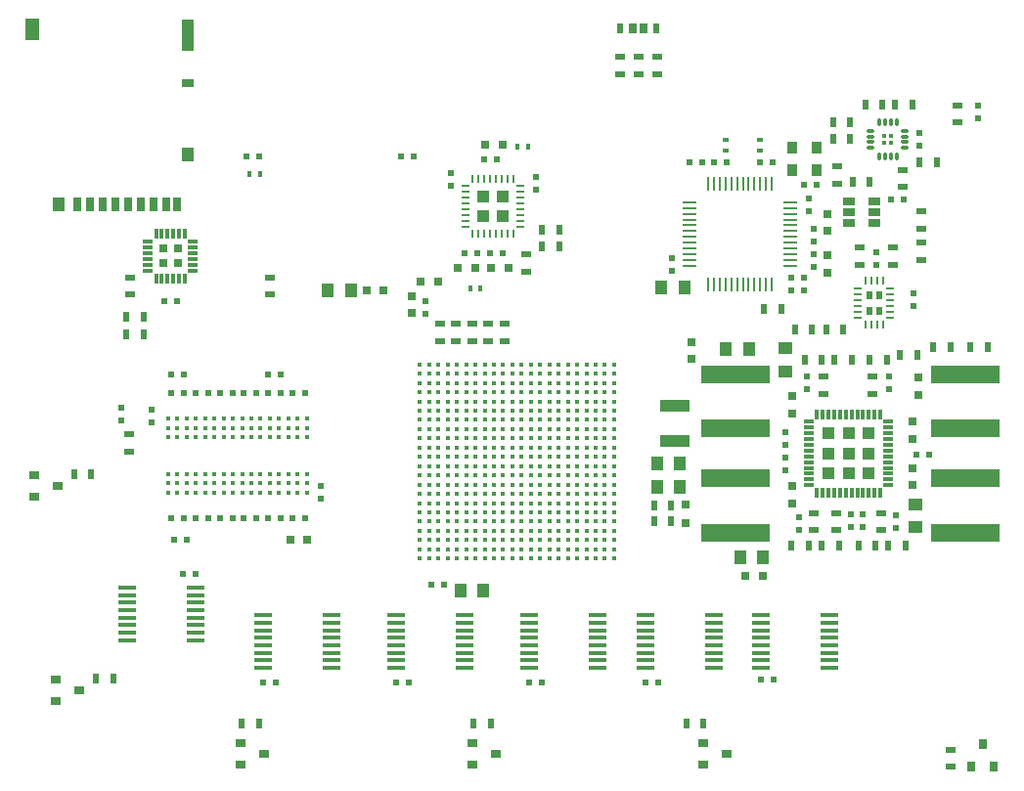
<source format=gtp>
G04 #@! TF.GenerationSoftware,KiCad,Pcbnew,(5.0.0)*
G04 #@! TF.CreationDate,2018-09-09T11:50:12+09:00*
G04 #@! TF.ProjectId,ZynqBoard2,5A796E71426F617264322E6B69636164,rev?*
G04 #@! TF.SameCoordinates,Original*
G04 #@! TF.FileFunction,Paste,Top*
G04 #@! TF.FilePolarity,Positive*
%FSLAX46Y46*%
G04 Gerber Fmt 4.6, Leading zero omitted, Abs format (unit mm)*
G04 Created by KiCad (PCBNEW (5.0.0)) date 09/09/18 11:50:12*
%MOMM*%
%LPD*%
G01*
G04 APERTURE LIST*
%ADD10R,1.000000X1.250000*%
%ADD11R,0.800000X0.750000*%
%ADD12R,0.300000X0.810000*%
%ADD13R,0.810000X0.300000*%
%ADD14R,1.050000X1.050000*%
%ADD15R,0.500000X0.600000*%
%ADD16R,0.600000X0.500000*%
%ADD17C,0.400000*%
%ADD18R,0.360000X0.360000*%
%ADD19O,0.750000X0.300000*%
%ADD20O,0.300000X0.750000*%
%ADD21R,2.500000X1.000000*%
%ADD22R,0.750000X0.800000*%
%ADD23R,1.250000X1.000000*%
%ADD24R,0.800000X0.800000*%
%ADD25R,0.600000X0.850000*%
%ADD26R,0.650000X0.850000*%
%ADD27R,1.300000X1.900000*%
%ADD28R,1.000000X2.800000*%
%ADD29R,1.000000X0.800000*%
%ADD30R,1.000000X1.200000*%
%ADD31R,0.700000X1.200000*%
%ADD32R,5.900000X1.600000*%
%ADD33R,0.900000X1.000000*%
%ADD34R,0.800000X0.900000*%
%ADD35R,0.900000X0.800000*%
%ADD36R,0.900000X0.500000*%
%ADD37R,0.500000X0.900000*%
%ADD38R,0.780000X0.780000*%
%ADD39R,0.850000X0.300000*%
%ADD40R,0.300000X0.850000*%
%ADD41R,0.700000X0.250000*%
%ADD42R,0.250000X0.700000*%
%ADD43R,0.495000X0.795000*%
%ADD44R,1.300000X0.250000*%
%ADD45R,0.250000X1.300000*%
%ADD46R,1.060000X0.650000*%
%ADD47R,1.035000X1.035000*%
%ADD48R,1.500000X0.450000*%
%ADD49R,0.600000X0.400000*%
%ADD50R,0.400000X0.600000*%
G04 APERTURE END LIST*
D10*
G04 #@! TO.C,C48*
X89800000Y-98900000D03*
X87800000Y-98900000D03*
G04 #@! TD*
D11*
G04 #@! TO.C,C95*
X95450000Y-108600000D03*
X96950000Y-108600000D03*
G04 #@! TD*
D12*
G04 #@! TO.C,U4*
X107150000Y-101400000D03*
X106650000Y-101400000D03*
X106150000Y-101400000D03*
X105650000Y-101400000D03*
X105150000Y-101400000D03*
X104650000Y-101400000D03*
X104150000Y-101400000D03*
X103650000Y-101400000D03*
X103150000Y-101400000D03*
X102650000Y-101400000D03*
X102150000Y-101400000D03*
X101650000Y-94600000D03*
X102150000Y-94600000D03*
X102650000Y-94600000D03*
X103150000Y-94600000D03*
X103650000Y-94600000D03*
X104150000Y-94600000D03*
X104650000Y-94600000D03*
X105150000Y-94600000D03*
X105650000Y-94600000D03*
X106150000Y-94600000D03*
X106650000Y-94600000D03*
D13*
X101000000Y-100750000D03*
X101000000Y-100250000D03*
X101000000Y-99750000D03*
X101000000Y-99250000D03*
X101000000Y-98750000D03*
X101000000Y-98250000D03*
X101000000Y-97750000D03*
X101000000Y-97250000D03*
X101000000Y-96750000D03*
X101000000Y-96250000D03*
X101000000Y-95750000D03*
X107800000Y-95250000D03*
X107800000Y-95750000D03*
X107800000Y-96250000D03*
X107800000Y-96750000D03*
X107800000Y-97250000D03*
X107800000Y-97750000D03*
X107800000Y-98250000D03*
X107800000Y-98750000D03*
X107800000Y-99250000D03*
X107800000Y-99750000D03*
X107800000Y-100250000D03*
X101000000Y-95250000D03*
D12*
X107150000Y-94600000D03*
D13*
X107800000Y-100750000D03*
D12*
X101650000Y-101400000D03*
D14*
X106150000Y-99750000D03*
X106150000Y-96250000D03*
X106150000Y-98000000D03*
X104400000Y-98000000D03*
X104400000Y-96250000D03*
X104400000Y-99750000D03*
X102650000Y-98000000D03*
X102650000Y-96250000D03*
X102650000Y-99750000D03*
G04 #@! TD*
D15*
G04 #@! TO.C,C123*
X89100000Y-82150000D03*
X89100000Y-81050000D03*
G04 #@! TD*
D16*
G04 #@! TO.C,C4*
X47150000Y-105500000D03*
X46050000Y-105500000D03*
G04 #@! TD*
G04 #@! TO.C,C5*
X57350000Y-92800000D03*
X56250000Y-92800000D03*
G04 #@! TD*
G04 #@! TO.C,C6*
X55250000Y-92800000D03*
X54150000Y-92800000D03*
G04 #@! TD*
G04 #@! TO.C,C7*
X53150000Y-92800000D03*
X52050000Y-92800000D03*
G04 #@! TD*
G04 #@! TO.C,C8*
X51050000Y-92800000D03*
X49950000Y-92800000D03*
G04 #@! TD*
G04 #@! TO.C,C9*
X48950000Y-92800000D03*
X47850000Y-92800000D03*
G04 #@! TD*
G04 #@! TO.C,C10*
X46850000Y-92800000D03*
X45750000Y-92800000D03*
G04 #@! TD*
D15*
G04 #@! TO.C,C11*
X44100000Y-94250000D03*
X44100000Y-95350000D03*
G04 #@! TD*
G04 #@! TO.C,C12*
X41400000Y-94050000D03*
X41400000Y-95150000D03*
G04 #@! TD*
D16*
G04 #@! TO.C,C13*
X46850000Y-103600000D03*
X45750000Y-103600000D03*
G04 #@! TD*
G04 #@! TO.C,C14*
X48950000Y-103600000D03*
X47850000Y-103600000D03*
G04 #@! TD*
G04 #@! TO.C,C15*
X51050000Y-103600000D03*
X49950000Y-103600000D03*
G04 #@! TD*
G04 #@! TO.C,C16*
X52050000Y-103600000D03*
X53150000Y-103600000D03*
G04 #@! TD*
G04 #@! TO.C,C17*
X55250000Y-103600000D03*
X54150000Y-103600000D03*
G04 #@! TD*
G04 #@! TO.C,C18*
X56250000Y-103600000D03*
X57350000Y-103600000D03*
G04 #@! TD*
D15*
G04 #@! TO.C,C19*
X58700000Y-100850000D03*
X58700000Y-101950000D03*
G04 #@! TD*
D16*
G04 #@! TO.C,C20*
X55250000Y-91200000D03*
X54150000Y-91200000D03*
G04 #@! TD*
G04 #@! TO.C,C21*
X46850000Y-91200000D03*
X45750000Y-91200000D03*
G04 #@! TD*
D15*
G04 #@! TO.C,C63*
X67800000Y-85950000D03*
X67800000Y-84850000D03*
G04 #@! TD*
D16*
G04 #@! TO.C,C64*
X68250000Y-109400000D03*
X69350000Y-109400000D03*
G04 #@! TD*
G04 #@! TO.C,C85*
X46250000Y-84800000D03*
X45150000Y-84800000D03*
G04 #@! TD*
D15*
G04 #@! TO.C,C93*
X98900000Y-98350000D03*
X98900000Y-99450000D03*
G04 #@! TD*
G04 #@! TO.C,C97*
X115600000Y-67850000D03*
X115600000Y-68950000D03*
G04 #@! TD*
G04 #@! TO.C,C98*
X105600000Y-103250000D03*
X105600000Y-104350000D03*
G04 #@! TD*
G04 #@! TO.C,C99*
X104600000Y-103250000D03*
X104600000Y-104350000D03*
G04 #@! TD*
G04 #@! TO.C,C100*
X98900000Y-96150000D03*
X98900000Y-97250000D03*
G04 #@! TD*
G04 #@! TO.C,C103*
X100100000Y-103550000D03*
X100100000Y-104650000D03*
G04 #@! TD*
G04 #@! TO.C,C104*
X110000000Y-84150000D03*
X110000000Y-85250000D03*
G04 #@! TD*
G04 #@! TO.C,C105*
X100800000Y-92450000D03*
X100800000Y-91350000D03*
G04 #@! TD*
G04 #@! TO.C,C107*
X108500000Y-103350000D03*
X108500000Y-104450000D03*
G04 #@! TD*
G04 #@! TO.C,C109*
X106800000Y-80550000D03*
X106800000Y-81650000D03*
G04 #@! TD*
G04 #@! TO.C,C110*
X107900000Y-92450000D03*
X107900000Y-91350000D03*
G04 #@! TD*
D16*
G04 #@! TO.C,C113*
X110250000Y-98100000D03*
X111350000Y-98100000D03*
G04 #@! TD*
D15*
G04 #@! TO.C,C121*
X110500000Y-70250000D03*
X110500000Y-71350000D03*
G04 #@! TD*
D16*
G04 #@! TO.C,C122*
X90650000Y-72800000D03*
X91750000Y-72800000D03*
G04 #@! TD*
D15*
G04 #@! TO.C,C124*
X101000000Y-77050000D03*
X101000000Y-75950000D03*
G04 #@! TD*
G04 #@! TO.C,C126*
X101400000Y-80750000D03*
X101400000Y-81850000D03*
G04 #@! TD*
G04 #@! TO.C,C127*
X100500000Y-82750000D03*
X100500000Y-83850000D03*
G04 #@! TD*
G04 #@! TO.C,C128*
X99400000Y-82750000D03*
X99400000Y-83850000D03*
G04 #@! TD*
G04 #@! TO.C,C130*
X101400000Y-79650000D03*
X101400000Y-78550000D03*
G04 #@! TD*
D16*
G04 #@! TO.C,C131*
X108050000Y-76000000D03*
X109150000Y-76000000D03*
G04 #@! TD*
G04 #@! TO.C,C132*
X93850000Y-72800000D03*
X92750000Y-72800000D03*
G04 #@! TD*
G04 #@! TO.C,C133*
X101650000Y-74700000D03*
X100550000Y-74700000D03*
G04 #@! TD*
G04 #@! TO.C,C134*
X96750000Y-72800000D03*
X97850000Y-72800000D03*
G04 #@! TD*
D15*
G04 #@! TO.C,C135*
X77300000Y-75150000D03*
X77300000Y-74050000D03*
G04 #@! TD*
D16*
G04 #@! TO.C,C137*
X73350000Y-80700000D03*
X74450000Y-80700000D03*
G04 #@! TD*
G04 #@! TO.C,C139*
X73950000Y-72500000D03*
X72850000Y-72500000D03*
G04 #@! TD*
D15*
G04 #@! TO.C,C140*
X70000000Y-74850000D03*
X70000000Y-73750000D03*
G04 #@! TD*
D16*
G04 #@! TO.C,C141*
X71150000Y-80700000D03*
X72250000Y-80700000D03*
G04 #@! TD*
G04 #@! TO.C,C143*
X65650000Y-72300000D03*
X66750000Y-72300000D03*
G04 #@! TD*
G04 #@! TO.C,C144*
X52250000Y-72300000D03*
X53350000Y-72300000D03*
G04 #@! TD*
G04 #@! TO.C,C145*
X96850000Y-117600000D03*
X97950000Y-117600000D03*
G04 #@! TD*
G04 #@! TO.C,C146*
X86850000Y-117800000D03*
X87950000Y-117800000D03*
G04 #@! TD*
G04 #@! TO.C,C147*
X76750000Y-117800000D03*
X77850000Y-117800000D03*
G04 #@! TD*
G04 #@! TO.C,C148*
X65250000Y-117800000D03*
X66350000Y-117800000D03*
G04 #@! TD*
G04 #@! TO.C,C149*
X53750000Y-117800000D03*
X54850000Y-117800000D03*
G04 #@! TD*
G04 #@! TO.C,C150*
X47850000Y-108400000D03*
X46750000Y-108400000D03*
G04 #@! TD*
D17*
G04 #@! TO.C,U2*
X45500000Y-101400000D03*
X45500000Y-100600000D03*
X45500000Y-99800000D03*
X45500000Y-96600000D03*
X45500000Y-95800000D03*
X45500000Y-95000000D03*
X46300000Y-101400000D03*
X46300000Y-100600000D03*
X46300000Y-99800000D03*
X46300000Y-96600000D03*
X46300000Y-95800000D03*
X46300000Y-95000000D03*
X47100000Y-101400000D03*
X47100000Y-100600000D03*
X47100000Y-99800000D03*
X47100000Y-96600000D03*
X47100000Y-95800000D03*
X47100000Y-95000000D03*
X47900000Y-101400000D03*
X47900000Y-100600000D03*
X47900000Y-99800000D03*
X47900000Y-96600000D03*
X47900000Y-95800000D03*
X47900000Y-95000000D03*
X48700000Y-101400000D03*
X48700000Y-100600000D03*
X48700000Y-99800000D03*
X48700000Y-96600000D03*
X48700000Y-95800000D03*
X48700000Y-95000000D03*
X49500000Y-101400000D03*
X49500000Y-100600000D03*
X49500000Y-99800000D03*
X49500000Y-96600000D03*
X49500000Y-95800000D03*
X49500000Y-95000000D03*
X50300000Y-101400000D03*
X50300000Y-100600000D03*
X50300000Y-99800000D03*
X50300000Y-96600000D03*
X50300000Y-95800000D03*
X50300000Y-95000000D03*
X51100000Y-101400000D03*
X51100000Y-100600000D03*
X51100000Y-99800000D03*
X51100000Y-96600000D03*
X51100000Y-95800000D03*
X51100000Y-95000000D03*
X51900000Y-101400000D03*
X51900000Y-100600000D03*
X51900000Y-99800000D03*
X51900000Y-96600000D03*
X51900000Y-95800000D03*
X51900000Y-95000000D03*
X52700000Y-101400000D03*
X52700000Y-100600000D03*
X52700000Y-99800000D03*
X52700000Y-96600000D03*
X52700000Y-95800000D03*
X52700000Y-95000000D03*
X53500000Y-101400000D03*
X53500000Y-100600000D03*
X53500000Y-99800000D03*
X53500000Y-96600000D03*
X53500000Y-95800000D03*
X53500000Y-95000000D03*
X54300000Y-101400000D03*
X54300000Y-100600000D03*
X54300000Y-99800000D03*
X54300000Y-96600000D03*
X54300000Y-95800000D03*
X54300000Y-95000000D03*
X55100000Y-101400000D03*
X55100000Y-100600000D03*
X55100000Y-99800000D03*
X55100000Y-96600000D03*
X55100000Y-95800000D03*
X55100000Y-95000000D03*
X55900000Y-101400000D03*
X55900000Y-100600000D03*
X55900000Y-99800000D03*
X55900000Y-96600000D03*
X55900000Y-95800000D03*
X55900000Y-95000000D03*
X56700000Y-101400000D03*
X56700000Y-100600000D03*
X56700000Y-99800000D03*
X56700000Y-96600000D03*
X56700000Y-95800000D03*
X56700000Y-95000000D03*
X57500000Y-101400000D03*
X57500000Y-100600000D03*
X57500000Y-99800000D03*
X57500000Y-96600000D03*
X57500000Y-95800000D03*
X57500000Y-95000000D03*
G04 #@! TD*
G04 #@! TO.C,U1*
X84100000Y-107100000D03*
X84100000Y-106300000D03*
X84100000Y-105500000D03*
X84100000Y-104700000D03*
X84100000Y-103900000D03*
X84100000Y-103100000D03*
X84100000Y-102300000D03*
X84100000Y-101500000D03*
X84100000Y-100700000D03*
X84100000Y-99900000D03*
X84100000Y-99100000D03*
X84100000Y-98300000D03*
X84100000Y-97500000D03*
X84100000Y-96700000D03*
X84100000Y-95900000D03*
X84100000Y-95100000D03*
X84100000Y-94300000D03*
X84100000Y-93500000D03*
X84100000Y-92700000D03*
X84100000Y-91900000D03*
X84100000Y-91100000D03*
X84100000Y-90300000D03*
X83300000Y-107100000D03*
X83300000Y-106300000D03*
X83300000Y-105500000D03*
X83300000Y-104700000D03*
X83300000Y-103900000D03*
X83300000Y-103100000D03*
X83300000Y-102300000D03*
X83300000Y-101500000D03*
X83300000Y-100700000D03*
X83300000Y-99900000D03*
X83300000Y-99100000D03*
X83300000Y-98300000D03*
X83300000Y-97500000D03*
X83300000Y-96700000D03*
X83300000Y-95900000D03*
X83300000Y-95100000D03*
X83300000Y-94300000D03*
X83300000Y-93500000D03*
X83300000Y-92700000D03*
X83300000Y-91900000D03*
X83300000Y-91100000D03*
X83300000Y-90300000D03*
X82500000Y-107100000D03*
X82500000Y-106300000D03*
X82500000Y-105500000D03*
X82500000Y-104700000D03*
X82500000Y-103900000D03*
X82500000Y-103100000D03*
X82500000Y-102300000D03*
X82500000Y-101500000D03*
X82500000Y-100700000D03*
X82500000Y-99900000D03*
X82500000Y-99100000D03*
X82500000Y-98300000D03*
X82500000Y-97500000D03*
X82500000Y-96700000D03*
X82500000Y-95900000D03*
X82500000Y-95100000D03*
X82500000Y-94300000D03*
X82500000Y-93500000D03*
X82500000Y-92700000D03*
X82500000Y-91900000D03*
X82500000Y-91100000D03*
X82500000Y-90300000D03*
X81700000Y-107100000D03*
X81700000Y-106300000D03*
X81700000Y-105500000D03*
X81700000Y-104700000D03*
X81700000Y-103900000D03*
X81700000Y-103100000D03*
X81700000Y-102300000D03*
X81700000Y-101500000D03*
X81700000Y-100700000D03*
X81700000Y-99900000D03*
X81700000Y-99100000D03*
X81700000Y-98300000D03*
X81700000Y-97500000D03*
X81700000Y-96700000D03*
X81700000Y-95900000D03*
X81700000Y-95100000D03*
X81700000Y-94300000D03*
X81700000Y-93500000D03*
X81700000Y-92700000D03*
X81700000Y-91900000D03*
X81700000Y-91100000D03*
X81700000Y-90300000D03*
X80900000Y-107100000D03*
X80900000Y-106300000D03*
X80900000Y-105500000D03*
X80900000Y-104700000D03*
X80900000Y-103900000D03*
X80900000Y-103100000D03*
X80900000Y-102300000D03*
X80900000Y-101500000D03*
X80900000Y-100700000D03*
X80900000Y-99900000D03*
X80900000Y-99100000D03*
X80900000Y-98300000D03*
X80900000Y-97500000D03*
X80900000Y-96700000D03*
X80900000Y-95900000D03*
X80900000Y-95100000D03*
X80900000Y-94300000D03*
X80900000Y-93500000D03*
X80900000Y-92700000D03*
X80900000Y-91900000D03*
X80900000Y-91100000D03*
X80900000Y-90300000D03*
X80100000Y-107100000D03*
X80100000Y-106300000D03*
X80100000Y-105500000D03*
X80100000Y-104700000D03*
X80100000Y-103900000D03*
X80100000Y-103100000D03*
X80100000Y-102300000D03*
X80100000Y-101500000D03*
X80100000Y-100700000D03*
X80100000Y-99900000D03*
X80100000Y-99100000D03*
X80100000Y-98300000D03*
X80100000Y-97500000D03*
X80100000Y-96700000D03*
X80100000Y-95900000D03*
X80100000Y-95100000D03*
X80100000Y-94300000D03*
X80100000Y-93500000D03*
X80100000Y-92700000D03*
X80100000Y-91900000D03*
X80100000Y-91100000D03*
X80100000Y-90300000D03*
X79300000Y-107100000D03*
X79300000Y-106300000D03*
X79300000Y-105500000D03*
X79300000Y-104700000D03*
X79300000Y-103900000D03*
X79300000Y-103100000D03*
X79300000Y-102300000D03*
X79300000Y-101500000D03*
X79300000Y-100700000D03*
X79300000Y-99900000D03*
X79300000Y-99100000D03*
X79300000Y-98300000D03*
X79300000Y-97500000D03*
X79300000Y-96700000D03*
X79300000Y-95900000D03*
X79300000Y-95100000D03*
X79300000Y-94300000D03*
X79300000Y-93500000D03*
X79300000Y-92700000D03*
X79300000Y-91900000D03*
X79300000Y-91100000D03*
X79300000Y-90300000D03*
X78500000Y-107100000D03*
X78500000Y-106300000D03*
X78500000Y-105500000D03*
X78500000Y-104700000D03*
X78500000Y-103900000D03*
X78500000Y-103100000D03*
X78500000Y-102300000D03*
X78500000Y-101500000D03*
X78500000Y-100700000D03*
X78500000Y-99900000D03*
X78500000Y-99100000D03*
X78500000Y-98300000D03*
X78500000Y-97500000D03*
X78500000Y-96700000D03*
X78500000Y-95900000D03*
X78500000Y-95100000D03*
X78500000Y-94300000D03*
X78500000Y-93500000D03*
X78500000Y-92700000D03*
X78500000Y-91900000D03*
X78500000Y-91100000D03*
X78500000Y-90300000D03*
X77700000Y-107100000D03*
X77700000Y-106300000D03*
X77700000Y-105500000D03*
X77700000Y-104700000D03*
X77700000Y-103900000D03*
X77700000Y-103100000D03*
X77700000Y-102300000D03*
X77700000Y-101500000D03*
X77700000Y-100700000D03*
X77700000Y-99900000D03*
X77700000Y-99100000D03*
X77700000Y-98300000D03*
X77700000Y-97500000D03*
X77700000Y-96700000D03*
X77700000Y-95900000D03*
X77700000Y-95100000D03*
X77700000Y-94300000D03*
X77700000Y-93500000D03*
X77700000Y-92700000D03*
X77700000Y-91900000D03*
X77700000Y-91100000D03*
X77700000Y-90300000D03*
X76900000Y-107100000D03*
X76900000Y-106300000D03*
X76900000Y-105500000D03*
X76900000Y-104700000D03*
X76900000Y-103900000D03*
X76900000Y-103100000D03*
X76900000Y-102300000D03*
X76900000Y-101500000D03*
X76900000Y-100700000D03*
X76900000Y-99900000D03*
X76900000Y-99100000D03*
X76900000Y-98300000D03*
X76900000Y-97500000D03*
X76900000Y-96700000D03*
X76900000Y-95900000D03*
X76900000Y-95100000D03*
X76900000Y-94300000D03*
X76900000Y-93500000D03*
X76900000Y-92700000D03*
X76900000Y-91900000D03*
X76900000Y-91100000D03*
X76900000Y-90300000D03*
X76100000Y-107100000D03*
X76100000Y-106300000D03*
X76100000Y-105500000D03*
X76100000Y-104700000D03*
X76100000Y-103900000D03*
X76100000Y-103100000D03*
X76100000Y-102300000D03*
X76100000Y-101500000D03*
X76100000Y-100700000D03*
X76100000Y-99900000D03*
X76100000Y-99100000D03*
X76100000Y-98300000D03*
X76100000Y-97500000D03*
X76100000Y-96700000D03*
X76100000Y-95900000D03*
X76100000Y-95100000D03*
X76100000Y-94300000D03*
X76100000Y-93500000D03*
X76100000Y-92700000D03*
X76100000Y-91900000D03*
X76100000Y-91100000D03*
X76100000Y-90300000D03*
X75300000Y-107100000D03*
X75300000Y-106300000D03*
X75300000Y-105500000D03*
X75300000Y-104700000D03*
X75300000Y-103900000D03*
X75300000Y-103100000D03*
X75300000Y-102300000D03*
X75300000Y-101500000D03*
X75300000Y-100700000D03*
X75300000Y-99900000D03*
X75300000Y-99100000D03*
X75300000Y-98300000D03*
X75300000Y-97500000D03*
X75300000Y-96700000D03*
X75300000Y-95900000D03*
X75300000Y-95100000D03*
X75300000Y-94300000D03*
X75300000Y-93500000D03*
X75300000Y-92700000D03*
X75300000Y-91900000D03*
X75300000Y-91100000D03*
X75300000Y-90300000D03*
X74500000Y-107100000D03*
X74500000Y-106300000D03*
X74500000Y-105500000D03*
X74500000Y-104700000D03*
X74500000Y-103900000D03*
X74500000Y-103100000D03*
X74500000Y-102300000D03*
X74500000Y-101500000D03*
X74500000Y-100700000D03*
X74500000Y-99900000D03*
X74500000Y-99100000D03*
X74500000Y-98300000D03*
X74500000Y-97500000D03*
X74500000Y-96700000D03*
X74500000Y-95900000D03*
X74500000Y-95100000D03*
X74500000Y-94300000D03*
X74500000Y-93500000D03*
X74500000Y-92700000D03*
X74500000Y-91900000D03*
X74500000Y-91100000D03*
X74500000Y-90300000D03*
X73700000Y-107100000D03*
X73700000Y-106300000D03*
X73700000Y-105500000D03*
X73700000Y-104700000D03*
X73700000Y-103900000D03*
X73700000Y-103100000D03*
X73700000Y-102300000D03*
X73700000Y-101500000D03*
X73700000Y-100700000D03*
X73700000Y-99900000D03*
X73700000Y-99100000D03*
X73700000Y-98300000D03*
X73700000Y-97500000D03*
X73700000Y-96700000D03*
X73700000Y-95900000D03*
X73700000Y-95100000D03*
X73700000Y-94300000D03*
X73700000Y-93500000D03*
X73700000Y-92700000D03*
X73700000Y-91900000D03*
X73700000Y-91100000D03*
X73700000Y-90300000D03*
X72900000Y-107100000D03*
X72900000Y-106300000D03*
X72900000Y-105500000D03*
X72900000Y-104700000D03*
X72900000Y-103900000D03*
X72900000Y-103100000D03*
X72900000Y-102300000D03*
X72900000Y-101500000D03*
X72900000Y-100700000D03*
X72900000Y-99900000D03*
X72900000Y-99100000D03*
X72900000Y-98300000D03*
X72900000Y-97500000D03*
X72900000Y-96700000D03*
X72900000Y-95900000D03*
X72900000Y-95100000D03*
X72900000Y-94300000D03*
X72900000Y-93500000D03*
X72900000Y-92700000D03*
X72900000Y-91900000D03*
X72900000Y-91100000D03*
X72900000Y-90300000D03*
X72100000Y-107100000D03*
X72100000Y-106300000D03*
X72100000Y-105500000D03*
X72100000Y-104700000D03*
X72100000Y-103900000D03*
X72100000Y-103100000D03*
X72100000Y-102300000D03*
X72100000Y-101500000D03*
X72100000Y-100700000D03*
X72100000Y-99900000D03*
X72100000Y-99100000D03*
X72100000Y-98300000D03*
X72100000Y-97500000D03*
X72100000Y-96700000D03*
X72100000Y-95900000D03*
X72100000Y-95100000D03*
X72100000Y-94300000D03*
X72100000Y-93500000D03*
X72100000Y-92700000D03*
X72100000Y-91900000D03*
X72100000Y-91100000D03*
X72100000Y-90300000D03*
X71300000Y-107100000D03*
X71300000Y-106300000D03*
X71300000Y-105500000D03*
X71300000Y-104700000D03*
X71300000Y-103900000D03*
X71300000Y-103100000D03*
X71300000Y-102300000D03*
X71300000Y-101500000D03*
X71300000Y-100700000D03*
X71300000Y-99900000D03*
X71300000Y-99100000D03*
X71300000Y-98300000D03*
X71300000Y-97500000D03*
X71300000Y-96700000D03*
X71300000Y-95900000D03*
X71300000Y-95100000D03*
X71300000Y-94300000D03*
X71300000Y-93500000D03*
X71300000Y-92700000D03*
X71300000Y-91900000D03*
X71300000Y-91100000D03*
X71300000Y-90300000D03*
X70500000Y-107100000D03*
X70500000Y-106300000D03*
X70500000Y-105500000D03*
X70500000Y-104700000D03*
X70500000Y-103900000D03*
X70500000Y-103100000D03*
X70500000Y-102300000D03*
X70500000Y-101500000D03*
X70500000Y-100700000D03*
X70500000Y-99900000D03*
X70500000Y-99100000D03*
X70500000Y-98300000D03*
X70500000Y-97500000D03*
X70500000Y-96700000D03*
X70500000Y-95900000D03*
X70500000Y-95100000D03*
X70500000Y-94300000D03*
X70500000Y-93500000D03*
X70500000Y-92700000D03*
X70500000Y-91900000D03*
X70500000Y-91100000D03*
X70500000Y-90300000D03*
X69700000Y-107100000D03*
X69700000Y-106300000D03*
X69700000Y-105500000D03*
X69700000Y-104700000D03*
X69700000Y-103900000D03*
X69700000Y-103100000D03*
X69700000Y-102300000D03*
X69700000Y-101500000D03*
X69700000Y-100700000D03*
X69700000Y-99900000D03*
X69700000Y-99100000D03*
X69700000Y-98300000D03*
X69700000Y-97500000D03*
X69700000Y-96700000D03*
X69700000Y-95900000D03*
X69700000Y-95100000D03*
X69700000Y-94300000D03*
X69700000Y-93500000D03*
X69700000Y-92700000D03*
X69700000Y-91900000D03*
X69700000Y-91100000D03*
X69700000Y-90300000D03*
X68900000Y-107100000D03*
X68900000Y-106300000D03*
X68900000Y-105500000D03*
X68900000Y-104700000D03*
X68900000Y-103900000D03*
X68900000Y-103100000D03*
X68900000Y-102300000D03*
X68900000Y-101500000D03*
X68900000Y-100700000D03*
X68900000Y-99900000D03*
X68900000Y-99100000D03*
X68900000Y-98300000D03*
X68900000Y-97500000D03*
X68900000Y-96700000D03*
X68900000Y-95900000D03*
X68900000Y-95100000D03*
X68900000Y-94300000D03*
X68900000Y-93500000D03*
X68900000Y-92700000D03*
X68900000Y-91900000D03*
X68900000Y-91100000D03*
X68900000Y-90300000D03*
X68100000Y-107100000D03*
X68100000Y-106300000D03*
X68100000Y-105500000D03*
X68100000Y-104700000D03*
X68100000Y-103900000D03*
X68100000Y-103100000D03*
X68100000Y-102300000D03*
X68100000Y-101500000D03*
X68100000Y-100700000D03*
X68100000Y-99900000D03*
X68100000Y-99100000D03*
X68100000Y-98300000D03*
X68100000Y-97500000D03*
X68100000Y-96700000D03*
X68100000Y-95900000D03*
X68100000Y-95100000D03*
X68100000Y-94300000D03*
X68100000Y-93500000D03*
X68100000Y-92700000D03*
X68100000Y-91900000D03*
X68100000Y-91100000D03*
X68100000Y-90300000D03*
X67300000Y-107100000D03*
X67300000Y-106300000D03*
X67300000Y-105500000D03*
X67300000Y-104700000D03*
X67300000Y-103900000D03*
X67300000Y-103100000D03*
X67300000Y-102300000D03*
X67300000Y-101500000D03*
X67300000Y-100700000D03*
X67300000Y-99900000D03*
X67300000Y-99100000D03*
X67300000Y-98300000D03*
X67300000Y-97500000D03*
X67300000Y-96700000D03*
X67300000Y-95900000D03*
X67300000Y-95100000D03*
X67300000Y-94300000D03*
X67300000Y-93500000D03*
X67300000Y-92700000D03*
X67300000Y-91900000D03*
X67300000Y-91100000D03*
X67300000Y-90300000D03*
G04 #@! TD*
D18*
G04 #@! TO.C,U8*
X108100000Y-70500000D03*
X107500000Y-70500000D03*
X108100000Y-71100000D03*
X107500000Y-71100000D03*
D19*
X109275000Y-70050000D03*
X109275000Y-70550000D03*
X109275000Y-71050000D03*
X109275000Y-71550000D03*
D20*
X108550000Y-72275000D03*
X108050000Y-72275000D03*
X107550000Y-72275000D03*
X107050000Y-72275000D03*
D19*
X106325000Y-71550000D03*
X106325000Y-71050000D03*
X106325000Y-70550000D03*
X106325000Y-70050000D03*
D20*
X107050000Y-69325000D03*
X107550000Y-69325000D03*
X108050000Y-69325000D03*
X108550000Y-69325000D03*
G04 #@! TD*
D11*
G04 #@! TO.C,C22*
X56050000Y-105500000D03*
X57550000Y-105500000D03*
G04 #@! TD*
D10*
G04 #@! TO.C,C24*
X87800000Y-100900000D03*
X89800000Y-100900000D03*
G04 #@! TD*
D21*
G04 #@! TO.C,C35*
X89400000Y-93900000D03*
X89400000Y-96900000D03*
G04 #@! TD*
D10*
G04 #@! TO.C,C36*
X59300000Y-83900000D03*
X61300000Y-83900000D03*
G04 #@! TD*
D11*
G04 #@! TO.C,C37*
X67350000Y-83100000D03*
X68850000Y-83100000D03*
G04 #@! TD*
G04 #@! TO.C,C41*
X64150000Y-83900000D03*
X62650000Y-83900000D03*
G04 #@! TD*
D10*
G04 #@! TO.C,C49*
X88200000Y-83600000D03*
X90200000Y-83600000D03*
G04 #@! TD*
D22*
G04 #@! TO.C,C50*
X90800000Y-88350000D03*
X90800000Y-89850000D03*
G04 #@! TD*
D10*
G04 #@! TO.C,C60*
X70800000Y-109900000D03*
X72800000Y-109900000D03*
G04 #@! TD*
D22*
G04 #@! TO.C,C61*
X66600000Y-85850000D03*
X66600000Y-84350000D03*
G04 #@! TD*
G04 #@! TO.C,C89*
X99500000Y-102350000D03*
X99500000Y-100850000D03*
G04 #@! TD*
G04 #@! TO.C,C90*
X99500000Y-93050000D03*
X99500000Y-94550000D03*
G04 #@! TD*
G04 #@! TO.C,C91*
X109900000Y-99250000D03*
X109900000Y-100750000D03*
G04 #@! TD*
G04 #@! TO.C,C92*
X109900000Y-96750000D03*
X109900000Y-95250000D03*
G04 #@! TD*
D10*
G04 #@! TO.C,C94*
X97000000Y-107000000D03*
X95000000Y-107000000D03*
G04 #@! TD*
D23*
G04 #@! TO.C,C101*
X98900000Y-88900000D03*
X98900000Y-90900000D03*
G04 #@! TD*
D10*
G04 #@! TO.C,C102*
X93800000Y-89000000D03*
X95800000Y-89000000D03*
G04 #@! TD*
D23*
G04 #@! TO.C,C108*
X110200000Y-102400000D03*
X110200000Y-104400000D03*
G04 #@! TD*
D22*
G04 #@! TO.C,C112*
X110400000Y-91450000D03*
X110400000Y-92950000D03*
G04 #@! TD*
G04 #@! TO.C,C125*
X102600000Y-80850000D03*
X102600000Y-82350000D03*
G04 #@! TD*
G04 #@! TO.C,C129*
X102600000Y-77250000D03*
X102600000Y-78750000D03*
G04 #@! TD*
D11*
G04 #@! TO.C,C136*
X74950000Y-81900000D03*
X73450000Y-81900000D03*
G04 #@! TD*
G04 #@! TO.C,C138*
X74450000Y-71300000D03*
X72950000Y-71300000D03*
G04 #@! TD*
G04 #@! TO.C,C142*
X70550000Y-81900000D03*
X72050000Y-81900000D03*
G04 #@! TD*
D24*
G04 #@! TO.C,D1*
X90300000Y-104000000D03*
X90300000Y-102400000D03*
G04 #@! TD*
D25*
G04 #@! TO.C,D4*
X84625000Y-61175000D03*
D26*
X85750000Y-61175000D03*
X86650000Y-61175000D03*
D25*
X87775000Y-61175000D03*
G04 #@! TD*
D27*
G04 #@! TO.C,J2*
X33700000Y-61300000D03*
D28*
X47200000Y-61750000D03*
D29*
X47200000Y-65900000D03*
D30*
X47200000Y-72100000D03*
X36050000Y-76400000D03*
D31*
X44200000Y-76400000D03*
X43100000Y-76400000D03*
X42000000Y-76400000D03*
X40900000Y-76400000D03*
X39800000Y-76400000D03*
X38700000Y-76400000D03*
X37600000Y-76400000D03*
X45300000Y-76400000D03*
X46250000Y-76400000D03*
G04 #@! TD*
D32*
G04 #@! TO.C,L2*
X94600000Y-100150000D03*
X94600000Y-104850000D03*
G04 #@! TD*
G04 #@! TO.C,L3*
X94600000Y-95850000D03*
X94600000Y-91150000D03*
G04 #@! TD*
G04 #@! TO.C,L4*
X114500000Y-104850000D03*
X114500000Y-100150000D03*
G04 #@! TD*
G04 #@! TO.C,L5*
X114500000Y-95850000D03*
X114500000Y-91150000D03*
G04 #@! TD*
D33*
G04 #@! TO.C,O2*
X101650000Y-73450000D03*
X99550000Y-73450000D03*
X101650000Y-71550000D03*
X99550000Y-71550000D03*
G04 #@! TD*
D34*
G04 #@! TO.C,Q3*
X116000000Y-123150000D03*
X116950000Y-125150000D03*
X115050000Y-125150000D03*
G04 #@! TD*
D35*
G04 #@! TO.C,Q4*
X91850000Y-123050000D03*
X91850000Y-124950000D03*
X93850000Y-124000000D03*
G04 #@! TD*
G04 #@! TO.C,Q5*
X73850000Y-124000000D03*
X71850000Y-124950000D03*
X71850000Y-123050000D03*
G04 #@! TD*
G04 #@! TO.C,Q6*
X51800000Y-123050000D03*
X51800000Y-124950000D03*
X53800000Y-124000000D03*
G04 #@! TD*
G04 #@! TO.C,Q7*
X37800000Y-118500000D03*
X35800000Y-119450000D03*
X35800000Y-117550000D03*
G04 #@! TD*
G04 #@! TO.C,Q8*
X33900000Y-99850000D03*
X33900000Y-101750000D03*
X35900000Y-100800000D03*
G04 #@! TD*
D36*
G04 #@! TO.C,R2*
X42100000Y-97850000D03*
X42100000Y-96350000D03*
G04 #@! TD*
D37*
G04 #@! TO.C,R8*
X87550000Y-103900000D03*
X89050000Y-103900000D03*
G04 #@! TD*
G04 #@! TO.C,R9*
X87550000Y-102500000D03*
X89050000Y-102500000D03*
G04 #@! TD*
D36*
G04 #@! TO.C,R10*
X54300000Y-84250000D03*
X54300000Y-82750000D03*
G04 #@! TD*
G04 #@! TO.C,R13*
X73200000Y-86750000D03*
X73200000Y-88250000D03*
G04 #@! TD*
G04 #@! TO.C,R14*
X71800000Y-86750000D03*
X71800000Y-88250000D03*
G04 #@! TD*
G04 #@! TO.C,R15*
X74600000Y-88250000D03*
X74600000Y-86750000D03*
G04 #@! TD*
G04 #@! TO.C,R16*
X69000000Y-86750000D03*
X69000000Y-88250000D03*
G04 #@! TD*
G04 #@! TO.C,R17*
X70400000Y-88250000D03*
X70400000Y-86750000D03*
G04 #@! TD*
D37*
G04 #@! TO.C,R18*
X43350000Y-86200000D03*
X41850000Y-86200000D03*
G04 #@! TD*
G04 #@! TO.C,R20*
X41850000Y-87700000D03*
X43350000Y-87700000D03*
G04 #@! TD*
D36*
G04 #@! TO.C,R22*
X42200000Y-82750000D03*
X42200000Y-84250000D03*
G04 #@! TD*
D37*
G04 #@! TO.C,R26*
X102050000Y-106000000D03*
X103550000Y-106000000D03*
G04 #@! TD*
G04 #@! TO.C,R27*
X99450000Y-106000000D03*
X100950000Y-106000000D03*
G04 #@! TD*
D36*
G04 #@! TO.C,R28*
X113800000Y-69350000D03*
X113800000Y-67850000D03*
G04 #@! TD*
G04 #@! TO.C,R29*
X103300000Y-104650000D03*
X103300000Y-103150000D03*
G04 #@! TD*
D37*
G04 #@! TO.C,R30*
X100600000Y-89900000D03*
X102100000Y-89900000D03*
G04 #@! TD*
G04 #@! TO.C,R31*
X104700000Y-89900000D03*
X103200000Y-89900000D03*
G04 #@! TD*
D36*
G04 #@! TO.C,R32*
X101400000Y-103150000D03*
X101400000Y-104650000D03*
G04 #@! TD*
G04 #@! TO.C,R33*
X110700000Y-79750000D03*
X110700000Y-81250000D03*
G04 #@! TD*
G04 #@! TO.C,R34*
X102200000Y-91350000D03*
X102200000Y-92850000D03*
G04 #@! TD*
G04 #@! TO.C,R35*
X107200000Y-104650000D03*
X107200000Y-103150000D03*
G04 #@! TD*
D37*
G04 #@! TO.C,R36*
X109350000Y-106000000D03*
X107850000Y-106000000D03*
G04 #@! TD*
D36*
G04 #@! TO.C,R37*
X105400000Y-80150000D03*
X105400000Y-81650000D03*
G04 #@! TD*
D37*
G04 #@! TO.C,R38*
X105250000Y-106000000D03*
X106750000Y-106000000D03*
G04 #@! TD*
D36*
G04 #@! TO.C,R39*
X110700000Y-78550000D03*
X110700000Y-77050000D03*
G04 #@! TD*
G04 #@! TO.C,R40*
X108200000Y-80150000D03*
X108200000Y-81650000D03*
G04 #@! TD*
G04 #@! TO.C,R41*
X106500000Y-92850000D03*
X106500000Y-91350000D03*
G04 #@! TD*
D37*
G04 #@! TO.C,R42*
X110350000Y-89500000D03*
X108850000Y-89500000D03*
G04 #@! TD*
G04 #@! TO.C,R43*
X107750000Y-89900000D03*
X106250000Y-89900000D03*
G04 #@! TD*
G04 #@! TO.C,R44*
X102450000Y-87300000D03*
X103950000Y-87300000D03*
G04 #@! TD*
G04 #@! TO.C,R47*
X99750000Y-87300000D03*
X101250000Y-87300000D03*
G04 #@! TD*
G04 #@! TO.C,R49*
X113250000Y-88800000D03*
X111750000Y-88800000D03*
G04 #@! TD*
G04 #@! TO.C,R50*
X114950000Y-88800000D03*
X116450000Y-88800000D03*
G04 #@! TD*
G04 #@! TO.C,R51*
X110550000Y-72800000D03*
X112050000Y-72800000D03*
G04 #@! TD*
D36*
G04 #@! TO.C,R56*
X109100000Y-73450000D03*
X109100000Y-74950000D03*
G04 #@! TD*
D37*
G04 #@! TO.C,R57*
X107350000Y-67800000D03*
X105850000Y-67800000D03*
G04 #@! TD*
G04 #@! TO.C,R58*
X109950000Y-67800000D03*
X108450000Y-67800000D03*
G04 #@! TD*
G04 #@! TO.C,R59*
X103050000Y-70800000D03*
X104550000Y-70800000D03*
G04 #@! TD*
G04 #@! TO.C,R60*
X104550000Y-69300000D03*
X103050000Y-69300000D03*
G04 #@! TD*
D36*
G04 #@! TO.C,R63*
X103400000Y-74650000D03*
X103400000Y-73150000D03*
G04 #@! TD*
D37*
G04 #@! TO.C,R65*
X104750000Y-74500000D03*
X106250000Y-74500000D03*
G04 #@! TD*
G04 #@! TO.C,R66*
X98550000Y-85500000D03*
X97050000Y-85500000D03*
G04 #@! TD*
G04 #@! TO.C,R67*
X79350000Y-80100000D03*
X77850000Y-80100000D03*
G04 #@! TD*
G04 #@! TO.C,R68*
X77850000Y-78600000D03*
X79350000Y-78600000D03*
G04 #@! TD*
D36*
G04 #@! TO.C,R69*
X76500000Y-80750000D03*
X76500000Y-82250000D03*
G04 #@! TD*
G04 #@! TO.C,R70*
X113200000Y-123650000D03*
X113200000Y-125150000D03*
G04 #@! TD*
D37*
G04 #@! TO.C,R71*
X91850000Y-121400000D03*
X90350000Y-121400000D03*
G04 #@! TD*
G04 #@! TO.C,R72*
X73400000Y-121400000D03*
X71900000Y-121400000D03*
G04 #@! TD*
G04 #@! TO.C,R73*
X51850000Y-121400000D03*
X53350000Y-121400000D03*
G04 #@! TD*
G04 #@! TO.C,R74*
X40750000Y-117500000D03*
X39250000Y-117500000D03*
G04 #@! TD*
G04 #@! TO.C,R75*
X37350000Y-99800000D03*
X38850000Y-99800000D03*
G04 #@! TD*
D36*
G04 #@! TO.C,R76*
X87800000Y-63650000D03*
X87800000Y-65150000D03*
G04 #@! TD*
G04 #@! TO.C,R77*
X84600000Y-65150000D03*
X84600000Y-63650000D03*
G04 #@! TD*
G04 #@! TO.C,R78*
X86200000Y-63650000D03*
X86200000Y-65150000D03*
G04 #@! TD*
D38*
G04 #@! TO.C,U3*
X45050000Y-81550000D03*
X46350000Y-81550000D03*
X45050000Y-80250000D03*
X46350000Y-80250000D03*
D39*
X43750000Y-82150000D03*
X43750000Y-81650000D03*
X43750000Y-81150000D03*
X43750000Y-80650000D03*
X43750000Y-80150000D03*
X43750000Y-79650000D03*
D40*
X44450000Y-78950000D03*
X44950000Y-78950000D03*
X45450000Y-78950000D03*
X45950000Y-78950000D03*
X46450000Y-78950000D03*
X46950000Y-78950000D03*
D39*
X47650000Y-79650000D03*
X47650000Y-80150000D03*
X47650000Y-80650000D03*
X47650000Y-81150000D03*
X47650000Y-81650000D03*
X47650000Y-82150000D03*
D40*
X46950000Y-82850000D03*
X46450000Y-82850000D03*
X45950000Y-82850000D03*
X45450000Y-82850000D03*
X44950000Y-82850000D03*
X44450000Y-82850000D03*
G04 #@! TD*
D41*
G04 #@! TO.C,U5*
X105212500Y-83712500D03*
X105212500Y-84212500D03*
X105212500Y-84712500D03*
X105212500Y-85212500D03*
X105212500Y-85712500D03*
X105212500Y-86212500D03*
D42*
X105862500Y-86862500D03*
X106362500Y-86862500D03*
X106862500Y-86862500D03*
X107362500Y-86862500D03*
D41*
X108012500Y-86212500D03*
X108012500Y-85712500D03*
X108012500Y-85212500D03*
X108012500Y-84712500D03*
X108012500Y-84212500D03*
X108012500Y-83712500D03*
D42*
X107362500Y-83062500D03*
X106862500Y-83062500D03*
X106362500Y-83062500D03*
X105862500Y-83062500D03*
D43*
X107025000Y-85625000D03*
X107025000Y-84300000D03*
X106200000Y-85625000D03*
X106200000Y-84300000D03*
G04 #@! TD*
D44*
G04 #@! TO.C,U9*
X99350000Y-76250000D03*
X99350000Y-76750000D03*
X99350000Y-77250000D03*
X99350000Y-77750000D03*
X99350000Y-78250000D03*
X99350000Y-78750000D03*
X99350000Y-79250000D03*
X99350000Y-79750000D03*
X99350000Y-80250000D03*
X99350000Y-80750000D03*
X99350000Y-81250000D03*
X99350000Y-81750000D03*
D45*
X97750000Y-83350000D03*
X97250000Y-83350000D03*
X96750000Y-83350000D03*
X96250000Y-83350000D03*
X95750000Y-83350000D03*
X95250000Y-83350000D03*
X94750000Y-83350000D03*
X94250000Y-83350000D03*
X93750000Y-83350000D03*
X93250000Y-83350000D03*
X92750000Y-83350000D03*
X92250000Y-83350000D03*
D44*
X90650000Y-81750000D03*
X90650000Y-81250000D03*
X90650000Y-80750000D03*
X90650000Y-80250000D03*
X90650000Y-79750000D03*
X90650000Y-79250000D03*
X90650000Y-78750000D03*
X90650000Y-78250000D03*
X90650000Y-77750000D03*
X90650000Y-77250000D03*
X90650000Y-76750000D03*
X90650000Y-76250000D03*
D45*
X92250000Y-74650000D03*
X92750000Y-74650000D03*
X93250000Y-74650000D03*
X93750000Y-74650000D03*
X94250000Y-74650000D03*
X94750000Y-74650000D03*
X95250000Y-74650000D03*
X95750000Y-74650000D03*
X96250000Y-74650000D03*
X96750000Y-74650000D03*
X97250000Y-74650000D03*
X97750000Y-74650000D03*
G04 #@! TD*
D46*
G04 #@! TO.C,U10*
X106600000Y-77100000D03*
X106600000Y-76150000D03*
X106600000Y-78050000D03*
X104400000Y-78050000D03*
X104400000Y-77100000D03*
X104400000Y-76150000D03*
G04 #@! TD*
D47*
G04 #@! TO.C,U11*
X72737500Y-77462500D03*
X74462500Y-77462500D03*
X72737500Y-75737500D03*
X74462500Y-75737500D03*
D41*
X71200000Y-78350000D03*
X71200000Y-77850000D03*
X71200000Y-77350000D03*
X71200000Y-76850000D03*
X71200000Y-76350000D03*
X71200000Y-75850000D03*
X71200000Y-75350000D03*
X71200000Y-74850000D03*
D42*
X71850000Y-74200000D03*
X72350000Y-74200000D03*
X72850000Y-74200000D03*
X73350000Y-74200000D03*
X73850000Y-74200000D03*
X74350000Y-74200000D03*
X74850000Y-74200000D03*
X75350000Y-74200000D03*
D41*
X76000000Y-74850000D03*
X76000000Y-75350000D03*
X76000000Y-75850000D03*
X76000000Y-76350000D03*
X76000000Y-76850000D03*
X76000000Y-77350000D03*
X76000000Y-77850000D03*
X76000000Y-78350000D03*
D42*
X75350000Y-79000000D03*
X74850000Y-79000000D03*
X74350000Y-79000000D03*
X73850000Y-79000000D03*
X73350000Y-79000000D03*
X72850000Y-79000000D03*
X72350000Y-79000000D03*
X71850000Y-79000000D03*
G04 #@! TD*
D48*
G04 #@! TO.C,U14*
X96850000Y-116575000D03*
X96850000Y-115925000D03*
X96850000Y-115275000D03*
X96850000Y-114625000D03*
X96850000Y-113975000D03*
X96850000Y-113325000D03*
X96850000Y-112675000D03*
X96850000Y-112025000D03*
X102750000Y-112025000D03*
X102750000Y-112675000D03*
X102750000Y-113325000D03*
X102750000Y-113975000D03*
X102750000Y-114625000D03*
X102750000Y-115275000D03*
X102750000Y-115925000D03*
X102750000Y-116575000D03*
G04 #@! TD*
G04 #@! TO.C,U15*
X86850000Y-116575000D03*
X86850000Y-115925000D03*
X86850000Y-115275000D03*
X86850000Y-114625000D03*
X86850000Y-113975000D03*
X86850000Y-113325000D03*
X86850000Y-112675000D03*
X86850000Y-112025000D03*
X92750000Y-112025000D03*
X92750000Y-112675000D03*
X92750000Y-113325000D03*
X92750000Y-113975000D03*
X92750000Y-114625000D03*
X92750000Y-115275000D03*
X92750000Y-115925000D03*
X92750000Y-116575000D03*
G04 #@! TD*
G04 #@! TO.C,U16*
X82650000Y-116575000D03*
X82650000Y-115925000D03*
X82650000Y-115275000D03*
X82650000Y-114625000D03*
X82650000Y-113975000D03*
X82650000Y-113325000D03*
X82650000Y-112675000D03*
X82650000Y-112025000D03*
X76750000Y-112025000D03*
X76750000Y-112675000D03*
X76750000Y-113325000D03*
X76750000Y-113975000D03*
X76750000Y-114625000D03*
X76750000Y-115275000D03*
X76750000Y-115925000D03*
X76750000Y-116575000D03*
G04 #@! TD*
G04 #@! TO.C,U17*
X65250000Y-116575000D03*
X65250000Y-115925000D03*
X65250000Y-115275000D03*
X65250000Y-114625000D03*
X65250000Y-113975000D03*
X65250000Y-113325000D03*
X65250000Y-112675000D03*
X65250000Y-112025000D03*
X71150000Y-112025000D03*
X71150000Y-112675000D03*
X71150000Y-113325000D03*
X71150000Y-113975000D03*
X71150000Y-114625000D03*
X71150000Y-115275000D03*
X71150000Y-115925000D03*
X71150000Y-116575000D03*
G04 #@! TD*
G04 #@! TO.C,U18*
X59650000Y-116575000D03*
X59650000Y-115925000D03*
X59650000Y-115275000D03*
X59650000Y-114625000D03*
X59650000Y-113975000D03*
X59650000Y-113325000D03*
X59650000Y-112675000D03*
X59650000Y-112025000D03*
X53750000Y-112025000D03*
X53750000Y-112675000D03*
X53750000Y-113325000D03*
X53750000Y-113975000D03*
X53750000Y-114625000D03*
X53750000Y-115275000D03*
X53750000Y-115925000D03*
X53750000Y-116575000D03*
G04 #@! TD*
G04 #@! TO.C,U19*
X41950000Y-109625000D03*
X41950000Y-110275000D03*
X41950000Y-110925000D03*
X41950000Y-111575000D03*
X41950000Y-112225000D03*
X41950000Y-112875000D03*
X41950000Y-113525000D03*
X41950000Y-114175000D03*
X47850000Y-114175000D03*
X47850000Y-113525000D03*
X47850000Y-112875000D03*
X47850000Y-112225000D03*
X47850000Y-111575000D03*
X47850000Y-110925000D03*
X47850000Y-110275000D03*
X47850000Y-109625000D03*
G04 #@! TD*
D49*
G04 #@! TO.C,L6*
X93800000Y-70850000D03*
X93800000Y-71750000D03*
G04 #@! TD*
G04 #@! TO.C,L7*
X96700000Y-71750000D03*
X96700000Y-70850000D03*
G04 #@! TD*
D50*
G04 #@! TO.C,L8*
X71650000Y-83700000D03*
X72550000Y-83700000D03*
G04 #@! TD*
G04 #@! TO.C,L9*
X75750000Y-71400000D03*
X76650000Y-71400000D03*
G04 #@! TD*
G04 #@! TO.C,L10*
X52550000Y-73800000D03*
X53450000Y-73800000D03*
G04 #@! TD*
M02*

</source>
